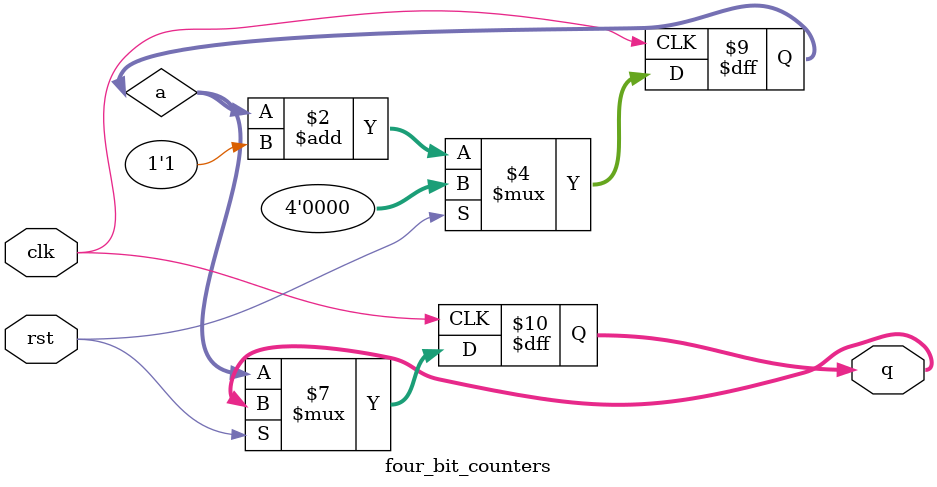
<source format=v>
`timescale 1ns / 1ps


module four_bit_counters(clk, rst, q);
    reg [3:0] a;
    input clk, rst;
    output reg [3:0] q;
    
    always @ (posedge clk)
    begin
        if (rst) begin
            a <= 4'b0000;
        end else begin
            a <= a + 1'b1; 
            q = a;
        end
    end
endmodule

</source>
